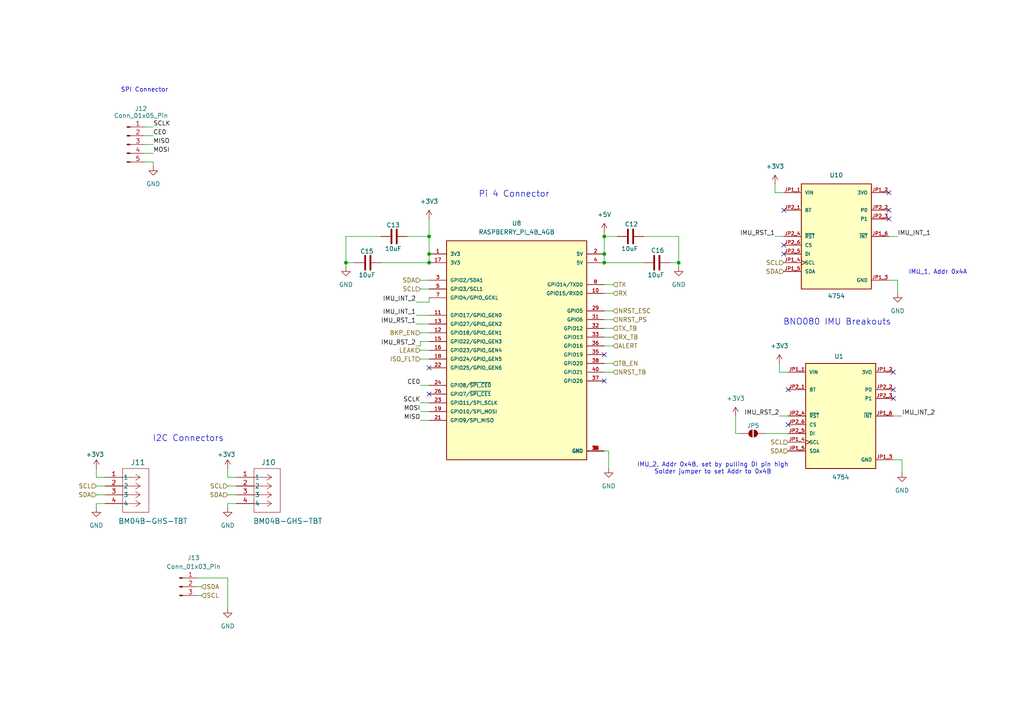
<source format=kicad_sch>
(kicad_sch (version 20231120) (generator "eeschema") (generator_version "8.0")
  (paper "A4")
  (lib_symbols
    (symbol "4754:4754" (pin_names (offset 1.016))
      (property "Reference" "U" (at -10.16 16.002 0))
      (property "Value" "4754" (at -10.16 -17.78 0))
      (symbol "4754_0_0"
        (rectangle (start -10.16 -15.24) (end 10.16 15.24) (stroke (width 0.254)) (fill (type background)))
        (pin input line (at -15.24 12.7 0) (length 5.08) (name "VIN") (number "JP1_1"))
        (pin output line (at 15.24 12.7 180) (length 5.08) (name "3VO") (number "JP1_2"))
        (pin power_in line (at 15.24 -12.7 180) (length 5.08) (name "GND") (number "JP1_3"))
        (pin bidirectional clock (at -15.24 -7.62 0) (length 5.08) (name "SCL") (number "JP1_4"))
        (pin bidirectional line (at -15.24 -10.16 0) (length 5.08) (name "SDA") (number "JP1_5"))
        (pin output line (at 15.24 0 180) (length 5.08) (name "~{INT}") (number "JP1_6"))
        (pin input line (at -15.24 7.62 0) (length 5.08) (name "BT") (number "JP2_1"))
        (pin bidirectional line (at 15.24 7.62 180) (length 5.08) (name "P0") (number "JP2_2"))
        (pin bidirectional line (at 15.24 5.08 180) (length 5.08) (name "P1") (number "JP2_3"))
        (pin input line (at -15.24 0 0) (length 5.08) (name "~{RST}") (number "JP2_4"))
        (pin input line (at -15.24 -5.08 0) (length 5.08) (name "DI") (number "JP2_5"))
        (pin input line (at -15.24 -2.54 0) (length 5.08) (name "CS") (number "JP2_6"))
      )
    )
    (symbol "BM04B_GHS_TBT:BM04B-GHS-TBT" (pin_names (offset 0.254))
      (property "Reference" "J" (at 8.89 6.35 0))
      (property "Value" "BM04B-GHS-TBT" (at 0 0 0))
      (symbol "BM04B-GHS-TBT_1_1"
        (polyline (pts (xy 5.08 -10.16) (xy 12.7 -10.16)) (stroke (width 0.127)))
        (polyline (pts (xy 5.08 2.54) (xy 5.08 -10.16)) (stroke (width 0.127)))
        (polyline (pts (xy 10.16 -7.62) (xy 5.08 -7.62)) (stroke (width 0.127)))
        (polyline (pts (xy 10.16 -7.62) (xy 8.89 -8.4667)) (stroke (width 0.127)))
        (polyline (pts (xy 10.16 -7.62) (xy 8.89 -6.7733)) (stroke (width 0.127)))
        (polyline (pts (xy 10.16 -5.08) (xy 5.08 -5.08)) (stroke (width 0.127)))
        (polyline (pts (xy 10.16 -5.08) (xy 8.89 -5.9267)) (stroke (width 0.127)))
        (polyline (pts (xy 10.16 -5.08) (xy 8.89 -4.2333)) (stroke (width 0.127)))
        (polyline (pts (xy 10.16 -2.54) (xy 5.08 -2.54)) (stroke (width 0.127)))
        (polyline (pts (xy 10.16 -2.54) (xy 8.89 -3.3867)) (stroke (width 0.127)))
        (polyline (pts (xy 10.16 -2.54) (xy 8.89 -1.6933)) (stroke (width 0.127)))
        (polyline (pts (xy 10.16 0) (xy 5.08 0)) (stroke (width 0.127)))
        (polyline (pts (xy 10.16 0) (xy 8.89 -0.8467)) (stroke (width 0.127)))
        (polyline (pts (xy 10.16 0) (xy 8.89 0.8467)) (stroke (width 0.127)))
        (polyline (pts (xy 12.7 -10.16) (xy 12.7 2.54)) (stroke (width 0.127)))
        (polyline (pts (xy 12.7 2.54) (xy 5.08 2.54)) (stroke (width 0.127)))
        (pin unspecified line (at 0 0 0) (length 5.08) (name "1") (number "1"))
        (pin unspecified line (at 0 -2.54 0) (length 5.08) (name "2") (number "2"))
        (pin unspecified line (at 0 -5.08 0) (length 5.08) (name "3") (number "3"))
        (pin unspecified line (at 0 -7.62 0) (length 5.08) (name "4") (number "4"))
      )
      (symbol "BM04B-GHS-TBT_1_2"
        (polyline (pts (xy 5.08 -10.16) (xy 12.7 -10.16)) (stroke (width 0.127)))
        (polyline (pts (xy 5.08 2.54) (xy 5.08 -10.16)) (stroke (width 0.127)))
        (polyline (pts (xy 7.62 -7.62) (xy 5.08 -7.62)) (stroke (width 0.127)))
        (polyline (pts (xy 7.62 -7.62) (xy 8.89 -8.4667)) (stroke (width 0.127)))
        (polyline (pts (xy 7.62 -7.62) (xy 8.89 -6.7733)) (stroke (width 0.127)))
        (polyline (pts (xy 7.62 -5.08) (xy 5.08 -5.08)) (stroke (width 0.127)))
        (polyline (pts (xy 7.62 -5.08) (xy 8.89 -5.9267)) (stroke (width 0.127)))
        (polyline (pts (xy 7.62 -5.08) (xy 8.89 -4.2333)) (stroke (width 0.127)))
        (polyline (pts (xy 7.62 -2.54) (xy 5.08 -2.54)) (stroke (width 0.127)))
        (polyline (pts (xy 7.62 -2.54) (xy 8.89 -3.3867)) (stroke (width 0.127)))
        (polyline (pts (xy 7.62 -2.54) (xy 8.89 -1.6933)) (stroke (width 0.127)))
        (polyline (pts (xy 7.62 0) (xy 5.08 0)) (stroke (width 0.127)))
        (polyline (pts (xy 7.62 0) (xy 8.89 -0.8467)) (stroke (width 0.127)))
        (polyline (pts (xy 7.62 0) (xy 8.89 0.8467)) (stroke (width 0.127)))
        (polyline (pts (xy 12.7 -10.16) (xy 12.7 2.54)) (stroke (width 0.127)))
        (polyline (pts (xy 12.7 2.54) (xy 5.08 2.54)) (stroke (width 0.127)))
        (pin unspecified line (at 0 0 0) (length 5.08) (name "1") (number "1"))
        (pin unspecified line (at 0 -2.54 0) (length 5.08) (name "2") (number "2"))
        (pin unspecified line (at 0 -5.08 0) (length 5.08) (name "3") (number "3"))
        (pin unspecified line (at 0 -7.62 0) (length 5.08) (name "4") (number "4"))
      )
    )
    (symbol "Connector:Conn_01x03_Pin" (pin_names (offset 1.016) hide)
      (property "Reference" "J" (at 0 5.08 0))
      (property "Value" "Conn_01x03_Pin" (at 0 -5.08 0))
      (symbol "Conn_01x03_Pin_1_1"
        (polyline (pts (xy 1.27 -2.54) (xy 0.8636 -2.54)) (stroke (width 0.1524)))
        (polyline (pts (xy 1.27 0) (xy 0.8636 0)) (stroke (width 0.1524)))
        (polyline (pts (xy 1.27 2.54) (xy 0.8636 2.54)) (stroke (width 0.1524)))
        (rectangle (start 0.8636 -2.413) (end 0 -2.667) (stroke (width 0.1524)) (fill (type outline)))
        (rectangle (start 0.8636 0.127) (end 0 -0.127) (stroke (width 0.1524)) (fill (type outline)))
        (rectangle (start 0.8636 2.667) (end 0 2.413) (stroke (width 0.1524)) (fill (type outline)))
        (pin passive line (at 5.08 2.54 180) (length 3.81) (name "Pin_1") (number "1"))
        (pin passive line (at 5.08 0 180) (length 3.81) (name "Pin_2") (number "2"))
        (pin passive line (at 5.08 -2.54 180) (length 3.81) (name "Pin_3") (number "3"))
      )
    )
    (symbol "Connector:Conn_01x05_Pin" (pin_names (offset 1.016) hide)
      (property "Reference" "J" (at 0 7.62 0))
      (property "Value" "Conn_01x05_Pin" (at 0 -7.62 0))
      (symbol "Conn_01x05_Pin_1_1"
        (polyline (pts (xy 1.27 -5.08) (xy 0.8636 -5.08)) (stroke (width 0.1524)))
        (polyline (pts (xy 1.27 -2.54) (xy 0.8636 -2.54)) (stroke (width 0.1524)))
        (polyline (pts (xy 1.27 0) (xy 0.8636 0)) (stroke (width 0.1524)))
        (polyline (pts (xy 1.27 2.54) (xy 0.8636 2.54)) (stroke (width 0.1524)))
        (polyline (pts (xy 1.27 5.08) (xy 0.8636 5.08)) (stroke (width 0.1524)))
        (rectangle (start 0.8636 -4.953) (end 0 -5.207) (stroke (width 0.1524)) (fill (type outline)))
        (rectangle (start 0.8636 -2.413) (end 0 -2.667) (stroke (width 0.1524)) (fill (type outline)))
        (rectangle (start 0.8636 0.127) (end 0 -0.127) (stroke (width 0.1524)) (fill (type outline)))
        (rectangle (start 0.8636 2.667) (end 0 2.413) (stroke (width 0.1524)) (fill (type outline)))
        (rectangle (start 0.8636 5.207) (end 0 4.953) (stroke (width 0.1524)) (fill (type outline)))
        (pin passive line (at 5.08 5.08 180) (length 3.81) (name "Pin_1") (number "1"))
        (pin passive line (at 5.08 2.54 180) (length 3.81) (name "Pin_2") (number "2"))
        (pin passive line (at 5.08 0 180) (length 3.81) (name "Pin_3") (number "3"))
        (pin passive line (at 5.08 -2.54 180) (length 3.81) (name "Pin_4") (number "4"))
        (pin passive line (at 5.08 -5.08 180) (length 3.81) (name "Pin_5") (number "5"))
      )
    )
    (symbol "Device:C" (pin_numbers hide) (pin_names (offset 0.254))
      (property "Reference" "C" (at 0.635 2.54 0))
      (property "Value" "C" (at 0.635 -2.54 0))
      (symbol "C_0_1"
        (polyline (pts (xy -2.032 -0.762) (xy 2.032 -0.762)) (stroke (width 0.508)))
        (polyline (pts (xy -2.032 0.762) (xy 2.032 0.762)) (stroke (width 0.508)))
      )
      (symbol "C_1_1"
        (pin passive line (at 0 3.81 270) (length 2.794) (name "~") (number "1"))
        (pin passive line (at 0 -3.81 90) (length 2.794) (name "~") (number "2"))
      )
    )
    (symbol "Jumper:SolderJumper_2_Open" (pin_numbers hide) (pin_names (offset 0) hide) (exclude_from_sim yes) (in_bom no)
      (property "Reference" "JP" (at 0 2.032 0))
      (property "Value" "SolderJumper_2_Open" (at 0 -2.54 0))
      (symbol "SolderJumper_2_Open_0_1"
        (arc (start -0.254 1.016) (mid -1.2656 0) (end -0.254 -1.016))
        (arc (start -0.254 1.016) (mid -1.2656 0) (end -0.254 -1.016) (fill (type outline)))
        (polyline (pts (xy -0.254 1.016) (xy -0.254 -1.016)))
        (polyline (pts (xy 0.254 1.016) (xy 0.254 -1.016)))
        (arc (start 0.254 -1.016) (mid 1.2656 0) (end 0.254 1.016))
        (arc (start 0.254 -1.016) (mid 1.2656 0) (end 0.254 1.016) (fill (type outline)))
      )
      (symbol "SolderJumper_2_Open_1_1"
        (pin passive line (at -3.81 0 0) (length 2.54) (name "A") (number "1"))
        (pin passive line (at 3.81 0 180) (length 2.54) (name "B") (number "2"))
      )
    )
    (symbol "RASPBERRY_PI_4B_4GB:RASPBERRY_PI_4B_4GB" (pin_names (offset 1.016))
      (property "Reference" "U8" (at 0 38.1 0))
      (property "Value" "RASPBERRY_PI_4B_4GB" (at 0 35.56 0))
      (symbol "RASPBERRY_PI_4B_4GB_0_0"
        (rectangle (start -20.32 33.02) (end 20.32 -30.48) (stroke (width 0.254)) (fill (type background)))
        (pin power_in line (at -25.4 29.21 0) (length 5.08) (name "3V3") (number "1"))
        (pin bidirectional line (at 25.4 17.78 180) (length 5.08) (name "GPIO15/RXD0") (number "10"))
        (pin bidirectional line (at -25.4 11.43 0) (length 5.08) (name "GPIO17/GPIO_GEN0") (number "11"))
        (pin bidirectional line (at -25.4 6.35 0) (length 5.08) (name "GPIO18/GPIO_GEN1") (number "12"))
        (pin bidirectional line (at -25.4 8.89 0) (length 5.08) (name "GPIO27/GPIO_GEN2") (number "13"))
        (pin power_in line (at 25.4 -27.94 180) (length 5.08) (name "GND") (number "14"))
        (pin bidirectional line (at -25.4 3.81 0) (length 5.08) (name "GPIO22/GPIO_GEN3") (number "15"))
        (pin bidirectional line (at -25.4 1.27 0) (length 5.08) (name "GPIO23/GPIO_GEN4") (number "16"))
        (pin power_in line (at -25.4 26.67 0) (length 5.08) (name "3V3") (number "17"))
        (pin bidirectional line (at -25.4 -1.27 0) (length 5.08) (name "GPIO24/GPIO_GEN5") (number "18"))
        (pin bidirectional line (at -25.4 -16.51 0) (length 5.08) (name "GPIO10/SPI_MOSI") (number "19"))
        (pin power_in line (at 25.4 29.21 180) (length 5.08) (name "5V") (number "2"))
        (pin power_in line (at 25.4 -27.94 180) (length 5.08) (name "GND") (number "20"))
        (pin bidirectional line (at -25.4 -19.05 0) (length 5.08) (name "GPIO9/SPI_MISO") (number "21"))
        (pin bidirectional line (at -25.4 -3.81 0) (length 5.08) (name "GPIO25/GPIO_GEN6") (number "22"))
        (pin bidirectional line (at -25.4 -13.97 0) (length 5.08) (name "GPIO11/SPI_SCLK") (number "23"))
        (pin bidirectional line (at -25.4 -8.89 0) (length 5.08) (name "GPIO8/~{SPI_CE0}") (number "24"))
        (pin power_in line (at 25.4 -27.94 180) (length 5.08) (name "GND") (number "25"))
        (pin bidirectional line (at -25.4 -11.43 0) (length 5.08) (name "GPIO7/~{SPI_CE1}") (number "26"))
        (pin bidirectional line (at 25.4 12.7 180) (length 5.08) (name "GPIO5") (number "29"))
        (pin bidirectional line (at -25.4 21.59 0) (length 5.08) (name "GPIO2/SDA1") (number "3"))
        (pin power_in line (at 25.4 -27.94 180) (length 5.08) (name "GND") (number "30"))
        (pin bidirectional line (at 25.4 10.16 180) (length 5.08) (name "GPIO6") (number "31"))
        (pin bidirectional line (at 25.4 7.62 180) (length 5.08) (name "GPIO12") (number "32"))
        (pin bidirectional line (at 25.4 5.08 180) (length 5.08) (name "GPIO13") (number "33"))
        (pin power_in line (at 25.4 -27.94 180) (length 5.08) (name "GND") (number "34"))
        (pin bidirectional line (at 25.4 0 180) (length 5.08) (name "GPIO19") (number "35"))
        (pin bidirectional line (at 25.4 2.54 180) (length 5.08) (name "GPIO16") (number "36"))
        (pin bidirectional line (at 25.4 -7.62 180) (length 5.08) (name "GPIO26") (number "37"))
        (pin bidirectional line (at 25.4 -2.54 180) (length 5.08) (name "GPIO20") (number "38"))
        (pin power_in line (at 25.4 -27.94 180) (length 5.08) (name "GND") (number "39"))
        (pin power_in line (at 25.4 26.67 180) (length 5.08) (name "5V") (number "4"))
        (pin bidirectional line (at 25.4 -5.08 180) (length 5.08) (name "GPIO21") (number "40"))
        (pin bidirectional line (at -25.4 19.05 0) (length 5.08) (name "GPIO3/SCL1") (number "5"))
        (pin power_in line (at 25.4 -27.94 180) (length 5.08) (name "GND") (number "6"))
        (pin bidirectional line (at -25.4 16.51 0) (length 5.08) (name "GPIO4/GPIO_GCKL") (number "7"))
        (pin bidirectional line (at 25.4 20.32 180) (length 5.08) (name "GPIO14/TXD0") (number "8"))
        (pin power_in line (at 25.4 -27.94 180) (length 5.08) (name "GND") (number "9"))
      )
    )
    (symbol "power:+3V3" (power) (pin_numbers hide) (pin_names (offset 0) hide)
      (property "Value" "+3V3" (at 0 3.556 0))
      (symbol "+3V3_0_1"
        (polyline (pts (xy -0.762 1.27) (xy 0 2.54)))
        (polyline (pts (xy 0 0) (xy 0 2.54)))
        (polyline (pts (xy 0 2.54) (xy 0.762 1.27)))
      )
      (symbol "+3V3_1_1"
        (pin power_in line (at 0 0 90) (length 0) (name "~") (number "1"))
      )
    )
    (symbol "power:+5V" (power) (pin_numbers hide) (pin_names (offset 0) hide)
      (property "Value" "+5V" (at 0 3.556 0))
      (symbol "+5V_0_1"
        (polyline (pts (xy -0.762 1.27) (xy 0 2.54)))
        (polyline (pts (xy 0 0) (xy 0 2.54)))
        (polyline (pts (xy 0 2.54) (xy 0.762 1.27)))
      )
      (symbol "+5V_1_1"
        (pin power_in line (at 0 0 90) (length 0) (name "~") (number "1"))
      )
    )
    (symbol "power:GND" (power) (pin_numbers hide) (pin_names (offset 0) hide)
      (property "Value" "GND" (at 0 -3.81 0))
      (symbol "GND_0_1"
        (polyline (pts (xy 0 0) (xy 0 -1.27) (xy 1.27 -1.27) (xy 0 -2.54) (xy -1.27 -1.27) (xy 0 -1.27)))
      )
      (symbol "GND_1_1"
        (pin power_in line (at 0 0 270) (length 0) (name "~") (number "1"))
      )
    )
  )
  (junction (at 175.26 73.66))
  (junction (at 175.26 68.58))
  (junction (at 124.46 76.2))
  (junction (at 124.46 68.58))
  (junction (at 100.33 76.2))
  (junction (at 196.85 76.2))
  (junction (at 124.46 73.66))
  (junction (at 175.26 76.2))
  (no_connect (at 257.81 63.5))
  (no_connect (at 257.81 55.88))
  (no_connect (at 227.33 73.66))
  (no_connect (at 124.46 106.68))
  (no_connect (at 175.26 102.87))
  (no_connect (at 124.46 114.3))
  (no_connect (at 228.6 123.19))
  (no_connect (at 259.08 113.03))
  (no_connect (at 227.33 71.12))
  (no_connect (at 175.26 110.49))
  (no_connect (at 228.6 113.03))
  (no_connect (at 257.81 60.96))
  (no_connect (at 227.33 60.96))
  (no_connect (at 259.08 107.95))
  (no_connect (at 259.08 115.57))
  (wire (pts (xy 186.69 68.58) (xy 196.85 68.58)))
  (wire (pts (xy 121.92 100.33) (xy 121.92 99.06)))
  (wire (pts (xy 27.94 143.51) (xy 30.48 143.51)))
  (wire (pts (xy 124.46 68.58) (xy 124.46 73.66)))
  (wire (pts (xy 260.35 81.28) (xy 260.35 85.09)))
  (wire (pts (xy 110.49 76.2) (xy 124.46 76.2)))
  (wire (pts (xy 118.11 68.58) (xy 124.46 68.58)))
  (wire (pts (xy 124.46 96.52) (xy 121.92 96.52)))
  (wire (pts (xy 41.91 41.91) (xy 44.45 41.91)))
  (wire (pts (xy 261.62 133.35) (xy 261.62 137.16)))
  (wire (pts (xy 66.04 138.43) (xy 68.58 138.43)))
  (wire (pts (xy 257.81 68.58) (xy 260.35 68.58)))
  (wire (pts (xy 213.36 120.65) (xy 213.36 125.73)))
  (wire (pts (xy 175.26 67.31) (xy 175.26 68.58)))
  (wire (pts (xy 177.8 82.55) (xy 175.26 82.55)))
  (wire (pts (xy 100.33 68.58) (xy 110.49 68.58)))
  (wire (pts (xy 121.92 121.92) (xy 124.46 121.92)))
  (wire (pts (xy 224.79 68.58) (xy 227.33 68.58)))
  (wire (pts (xy 226.06 107.95) (xy 228.6 107.95)))
  (wire (pts (xy 121.92 111.76) (xy 124.46 111.76)))
  (wire (pts (xy 121.92 119.38) (xy 124.46 119.38)))
  (wire (pts (xy 175.26 85.09) (xy 177.8 85.09)))
  (wire (pts (xy 177.8 95.25) (xy 175.26 95.25)))
  (wire (pts (xy 121.92 100.33) (xy 120.65 100.33)))
  (wire (pts (xy 58.42 170.18) (xy 57.15 170.18)))
  (wire (pts (xy 124.46 87.63) (xy 120.65 87.63)))
  (wire (pts (xy 194.31 76.2) (xy 196.85 76.2)))
  (wire (pts (xy 226.06 120.65) (xy 228.6 120.65)))
  (wire (pts (xy 257.81 81.28) (xy 260.35 81.28)))
  (wire (pts (xy 102.87 76.2) (xy 100.33 76.2)))
  (wire (pts (xy 124.46 63.5) (xy 124.46 68.58)))
  (wire (pts (xy 66.04 146.05) (xy 68.58 146.05)))
  (wire (pts (xy 259.08 120.65) (xy 261.62 120.65)))
  (wire (pts (xy 121.92 99.06) (xy 124.46 99.06)))
  (wire (pts (xy 27.94 138.43) (xy 30.48 138.43)))
  (wire (pts (xy 196.85 76.2) (xy 196.85 77.47)))
  (wire (pts (xy 100.33 68.58) (xy 100.33 76.2)))
  (wire (pts (xy 175.26 73.66) (xy 175.26 76.2)))
  (wire (pts (xy 124.46 91.44) (xy 120.65 91.44)))
  (wire (pts (xy 124.46 87.63) (xy 124.46 86.36)))
  (wire (pts (xy 27.94 146.05) (xy 30.48 146.05)))
  (wire (pts (xy 175.26 92.71) (xy 177.8 92.71)))
  (wire (pts (xy 176.53 130.81) (xy 176.53 135.89)))
  (wire (pts (xy 177.8 100.33) (xy 175.26 100.33)))
  (wire (pts (xy 222.25 125.73) (xy 228.6 125.73)))
  (wire (pts (xy 66.04 167.64) (xy 57.15 167.64)))
  (wire (pts (xy 224.79 53.34) (xy 224.79 55.88)))
  (wire (pts (xy 100.33 76.2) (xy 100.33 77.47)))
  (wire (pts (xy 121.92 104.14) (xy 124.46 104.14)))
  (wire (pts (xy 175.26 107.95) (xy 177.8 107.95)))
  (wire (pts (xy 66.04 143.51) (xy 68.58 143.51)))
  (wire (pts (xy 58.42 172.72) (xy 57.15 172.72)))
  (wire (pts (xy 259.08 133.35) (xy 261.62 133.35)))
  (wire (pts (xy 41.91 39.37) (xy 44.45 39.37)))
  (wire (pts (xy 196.85 68.58) (xy 196.85 76.2)))
  (wire (pts (xy 213.36 125.73) (xy 214.63 125.73)))
  (wire (pts (xy 175.26 105.41) (xy 177.8 105.41)))
  (wire (pts (xy 175.26 130.81) (xy 176.53 130.81)))
  (wire (pts (xy 124.46 73.66) (xy 124.46 76.2)))
  (wire (pts (xy 224.79 55.88) (xy 227.33 55.88)))
  (wire (pts (xy 175.26 90.17) (xy 177.8 90.17)))
  (wire (pts (xy 27.94 140.97) (xy 30.48 140.97)))
  (wire (pts (xy 175.26 68.58) (xy 179.07 68.58)))
  (wire (pts (xy 27.94 135.89) (xy 27.94 138.43)))
  (wire (pts (xy 175.26 76.2) (xy 186.69 76.2)))
  (wire (pts (xy 226.06 105.41) (xy 226.06 107.95)))
  (wire (pts (xy 175.26 97.79) (xy 177.8 97.79)))
  (wire (pts (xy 66.04 135.89) (xy 66.04 138.43)))
  (wire (pts (xy 121.92 116.84) (xy 124.46 116.84)))
  (wire (pts (xy 66.04 176.53) (xy 66.04 167.64)))
  (wire (pts (xy 41.91 36.83) (xy 44.45 36.83)))
  (wire (pts (xy 66.04 140.97) (xy 68.58 140.97)))
  (wire (pts (xy 121.92 81.28) (xy 124.46 81.28)))
  (wire (pts (xy 121.92 101.6) (xy 124.46 101.6)))
  (wire (pts (xy 124.46 93.98) (xy 120.65 93.98)))
  (wire (pts (xy 66.04 146.05) (xy 66.04 147.32)))
  (wire (pts (xy 121.92 83.82) (xy 124.46 83.82)))
  (wire (pts (xy 44.45 46.99) (xy 44.45 48.26)))
  (wire (pts (xy 41.91 46.99) (xy 44.45 46.99)))
  (wire (pts (xy 41.91 44.45) (xy 44.45 44.45)))
  (wire (pts (xy 175.26 68.58) (xy 175.26 73.66)))
  (wire (pts (xy 27.94 146.05) (xy 27.94 147.32)))
  (text "BNO080 IMU Breakouts\n" (at 242.824 93.472 0) (effects (font (size 1.778 1.778))))
  (text "I2C Connectors" (at 54.61 127.254 0) (effects (font (size 1.778 1.778))))
  (text "SPI Connector" (at 41.91 26.162 0) (effects (font (size 1.27 1.27))))
  (text "Pi 4 Connector" (at 149.098 56.388 0) (effects (font (size 1.778 1.778))))
  (text "IMU_1, Addr 0x4A" (at 272.034 78.994 0) (effects (font (size 1.27 1.27))))
  (text "IMU_2, Addr 0x4B, set by pulling DI pin high\nSolder jumper to set Addr to 0x4B" (at 206.756 135.89 0) (effects (font (size 1.27 1.27))))
  (label "IMU_INT_2" (at 261.62 120.65 0))
  (label "IMU_INT_2" (at 120.65 87.63 180))
  (label "SCLK" (at 121.92 116.84 180))
  (label "IMU_RST_1" (at 120.65 93.98 180))
  (label "IMU_INT_1" (at 260.35 68.58 0))
  (label "MISO" (at 121.92 121.92 180))
  (label "CE0" (at 121.92 111.76 180))
  (label "IMU_RST_2" (at 120.65 100.33 180))
  (label "SCLK" (at 44.45 36.83 0))
  (label "IMU_RST_1" (at 224.79 68.58 180))
  (label "IMU_INT_1" (at 120.65 91.44 180))
  (label "MISO" (at 44.45 41.91 0))
  (label "CE0" (at 44.45 39.37 0))
  (label "MOSI" (at 121.92 119.38 180))
  (label "IMU_RST_2" (at 226.06 120.65 180))
  (label "MOSI" (at 44.45 44.45 0))
  (hierarchical_label "SDA" (shape input) (at 227.33 78.74 180))
  (hierarchical_label "SCL" (shape input) (at 121.92 83.82 180))
  (hierarchical_label "ISO_FLT" (shape input) (at 121.92 104.14 180))
  (hierarchical_label "SCL" (shape input) (at 66.04 140.97 180))
  (hierarchical_label "SCL" (shape input) (at 27.94 140.97 180))
  (hierarchical_label "ALERT" (shape input) (at 177.8 100.33 0))
  (hierarchical_label "SCL" (shape input) (at 227.33 76.2 180))
  (hierarchical_label "SCL" (shape input) (at 58.42 172.72 0))
  (hierarchical_label "BKP_EN" (shape input) (at 121.92 96.52 180))
  (hierarchical_label "RX_TB" (shape input) (at 177.8 97.79 0))
  (hierarchical_label "SDA" (shape input) (at 27.94 143.51 180))
  (hierarchical_label "TX" (shape input) (at 177.8 82.55 0))
  (hierarchical_label "NRST_PS" (shape input) (at 177.8 92.71 0))
  (hierarchical_label "LEAK" (shape input) (at 121.92 101.6 180))
  (hierarchical_label "TB_EN" (shape input) (at 177.8 105.41 0))
  (hierarchical_label "NRST_ESC" (shape input) (at 177.8 90.17 0))
  (hierarchical_label "SDA" (shape input) (at 121.92 81.28 180))
  (hierarchical_label "SDA" (shape input) (at 228.6 130.81 180))
  (hierarchical_label "NRST_TB" (shape input) (at 177.8 107.95 0))
  (hierarchical_label "TX_TB" (shape input) (at 177.8 95.25 0))
  (hierarchical_label "SDA" (shape input) (at 66.04 143.51 180))
  (hierarchical_label "SDA" (shape input) (at 58.42 170.18 0))
  (hierarchical_label "RX" (shape input) (at 177.8 85.09 0))
  (hierarchical_label "SCL" (shape input) (at 228.6 128.27 180))
  (symbol (lib_id "power:GND") (at 176.53 135.89 0) (unit 1)
    (property "Reference" "#PWR013" (effects (hide yes)))
    (property "Value" "GND" (at 176.53 140.97 0))
    (property "Description" "Power symbol creates a global label with name \"GND\" , ground" (effects (hide yes)))
  )
  (symbol (lib_id "Device:C") (at 182.88 68.58 270) (mirror x) (unit 1)
    (property "Reference" "C12" (at 183.134 65.024 90))
    (property "Value" "10uF" (at 182.626 72.136 90))
    (property "Footprint" "Capacitor_SMD:C_0603_1608Metric_Pad1.08x0.95mm_HandSolder" (effects (hide yes)))
    (property "Description" "Unpolarized capacitor" (effects (hide yes)))
  )
  (symbol (lib_id "BM04B_GHS_TBT:BM04B-GHS-TBT") (at 68.58 138.43 0) (unit 1)
    (property "Reference" "J10" (at 75.692 134.112 0) (effects (font (size 1.524 1.524)) (justify left)))
    (property "Value" "BM04B-GHS-TBT" (at 73.406 151.13 0) (effects (font (size 1.524 1.524)) (justify left)))
    (property "Footprint" "Connector_JST:JST_GH_BM04B-GHS-TBT_1x04-1MP_P1.25mm_Vertical" (effects (hide yes)))
    (property "Datasheet" "BM04B-GHS-TBT" (effects (hide yes)))
  )
  (symbol (lib_id "power:+3V3") (at 224.79 53.34 0) (unit 1)
    (property "Reference" "#PWR031" (effects (hide yes)))
    (property "Value" "+3V3" (at 224.79 48.26 0))
    (property "Description" "Power symbol creates a global label with name \"+3V3\"" (effects (hide yes)))
  )
  (symbol (lib_id "Device:C") (at 190.5 76.2 270) (mirror x) (unit 1)
    (property "Reference" "C16" (at 190.754 72.644 90))
    (property "Value" "10uF" (at 190.246 79.756 90))
    (property "Footprint" "Capacitor_SMD:C_0603_1608Metric_Pad1.08x0.95mm_HandSolder" (effects (hide yes)))
    (property "Description" "Unpolarized capacitor" (effects (hide yes)))
  )
  (symbol (lib_id "power:+3V3") (at 27.94 135.89 0) (unit 1)
    (property "Reference" "#PWR029" (effects (hide yes)))
    (property "Value" "+3V3" (at 24.892 131.826 0) (effects (justify left)))
    (property "Description" "Power symbol creates a global label with name \"+3V3\"" (effects (hide yes)))
  )
  (symbol (lib_id "Device:C") (at 114.3 68.58 270) (mirror x) (unit 1)
    (property "Reference" "C13" (at 114.046 65.278 90))
    (property "Value" "10uF" (at 114.046 72.136 90))
    (property "Footprint" "Capacitor_SMD:C_0603_1608Metric_Pad1.08x0.95mm_HandSolder" (effects (hide yes)))
    (property "Description" "Unpolarized capacitor" (effects (hide yes)))
  )
  (symbol (lib_id "power:GND") (at 27.94 147.32 0) (unit 1)
    (property "Reference" "#PWR028" (effects (hide yes)))
    (property "Value" "GND" (at 27.94 152.4 0))
    (property "Description" "Power symbol creates a global label with name \"GND\" , ground" (effects (hide yes)))
  )
  (symbol (lib_id "power:GND") (at 66.04 176.53 0) (unit 1)
    (property "Reference" "#PWR034" (effects (hide yes)))
    (property "Value" "GND" (at 66.04 181.61 0))
    (property "Description" "Power symbol creates a global label with name \"GND\" , ground" (effects (hide yes)))
  )
  (symbol (lib_id "Connector:Conn_01x03_Pin") (at 52.07 170.18 0) (unit 1)
    (property "Reference" "J13" (at 56.134 161.798 0))
    (property "Value" "Conn_01x03_Pin" (at 56.134 164.338 0))
    (property "Footprint" "Connector_PinHeader_2.54mm:PinHeader_1x03_P2.54mm_Vertical" (effects (hide yes)))
    (property "Description" "Generic connector, single row, 01x03, script generated" (effects (hide yes)))
  )
  (symbol (lib_id "power:GND") (at 44.45 48.26 0) (unit 1)
    (property "Reference" "#PWR030" (effects (hide yes)))
    (property "Value" "GND" (at 44.45 53.34 0))
    (property "Description" "Power symbol creates a global label with name \"GND\" , ground" (effects (hide yes)))
  )
  (symbol (lib_id "power:GND") (at 66.04 147.32 0) (unit 1)
    (property "Reference" "#PWR027" (effects (hide yes)))
    (property "Value" "GND" (at 66.04 152.4 0))
    (property "Description" "Power symbol creates a global label with name \"GND\" , ground" (effects (hide yes)))
  )
  (symbol (lib_id "BM04B_GHS_TBT:BM04B-GHS-TBT") (at 30.48 138.43 0) (unit 1)
    (property "Reference" "J11" (at 37.846 134.112 0) (effects (font (size 1.524 1.524)) (justify left)))
    (property "Value" "BM04B-GHS-TBT" (at 34.29 151.13 0) (effects (font (size 1.524 1.524)) (justify left)))
    (property "Footprint" "Connector_JST:JST_GH_BM04B-GHS-TBT_1x04-1MP_P1.25mm_Vertical" (effects (hide yes)))
    (property "Datasheet" "BM04B-GHS-TBT" (effects (hide yes)))
  )
  (symbol (lib_id "power:GND") (at 260.35 85.09 0) (unit 1)
    (property "Reference" "#PWR033" (effects (hide yes)))
    (property "Value" "GND" (at 260.35 90.17 0))
    (property "Description" "Power symbol creates a global label with name \"GND\" , ground" (effects (hide yes)))
  )
  (symbol (lib_id "power:+3V3") (at 226.06 105.41 0) (unit 1)
    (property "Reference" "#PWR043" (effects (hide yes)))
    (property "Value" "+3V3" (at 226.06 100.33 0))
    (property "Description" "Power symbol creates a global label with name \"+3V3\"" (effects (hide yes)))
  )
  (symbol (lib_id "4754:4754") (at 243.84 120.65 0) (unit 1)
    (property "Reference" "U1" (at 243.332 103.378 0))
    (property "Value" "4754" (at 243.84 138.43 0))
    (property "Footprint" "4754:MODULE_4754" (effects (hide yes)))
    (property "MF" "Adafruit" (effects (hide yes)))
    (property "MAXIMUM_PACKAGE_HEIGHT" "4.6mm" (effects (hide yes)))
    (property "Package" "None" (effects (hide yes)))
    (property "Price" "None" (effects (hide yes)))
    (property "Check_prices" "https://www.snapeda.com/parts/4754/Adafruit+Industries/view-part/?ref=eda" (effects (hide yes)))
    (property "STANDARD" "Manufacturer Recommendations" (effects (hide yes)))
    (property "PARTREV" "2021-03-16" (effects (hide yes)))
    (property "SnapEDA_Link" "https://www.snapeda.com/parts/4754/Adafruit+Industries/view-part/?ref=snap" (effects (hide yes)))
    (property "MP" "4754" (effects (hide yes)))
    (property "Purchase-URL" "https://www.snapeda.com/api/url_track_click_mouser/?unipart_id=6342982&manufacturer=Adafruit&part_name=4754&search_term=None" (effects (hide yes)))
    (property "Description_1" "\nAdafruit 9-DOF Orientation IMU Fusion Breakout - BNO085 (BNO080) - STEMMA QT / Qwiic\n" (effects (hide yes)))
    (property "MANUFACTURER" "Adafruit" (effects (hide yes)))
    (property "Availability" "In Stock" (effects (hide yes)))
    (property "SNAPEDA_PN" "4754" (effects (hide yes)))
  )
  (symbol (lib_id "power:+3V3") (at 213.36 120.65 0) (unit 1)
    (property "Reference" "#PWR059" (effects (hide yes)))
    (property "Value" "+3V3" (at 213.36 115.57 0))
    (property "Description" "Power symbol creates a global label with name \"+3V3\"" (effects (hide yes)))
  )
  (symbol (lib_id "Connector:Conn_01x05_Pin") (at 36.83 41.91 0) (unit 1)
    (property "Reference" "J12" (at 40.894 31.496 0))
    (property "Value" "Conn_01x05_Pin" (at 40.894 33.528 0))
    (property "Footprint" "Connector_PinHeader_2.54mm:PinHeader_1x05_P2.54mm_Vertical" (effects (hide yes)))
    (property "Description" "Generic connector, single row, 01x05, script generated" (effects (hide yes)))
  )
  (symbol (lib_id "RASPBERRY_PI_4B_4GB:RASPBERRY_PI_4B_4GB") (at 149.86 102.87 0) (unit 1)
    (property "Reference" "U8" (at 149.86 64.77 0))
    (property "Value" "RASPBERRY_PI_4B_4GB" (at 149.86 67.31 0))
    (property "Footprint" "TSW-120-09-G-D:SAMTEC_TSW-120-09-G-D" (effects (hide yes)))
    (property "MF" "Raspberry Pi" (effects (hide yes)))
    (property "MAXIMUM_PACKAGE_HEIGHT" "16 mm" (effects (hide yes)))
    (property "Package" "None" (effects (hide yes)))
    (property "Price" "None" (effects (hide yes)))
    (property "Check_prices" "https://www.snapeda.com/parts/RASPBERRY%20PI%204B/4GB/Raspberry+Pi/view-part/?ref=eda" (effects (hide yes)))
    (property "STANDARD" "Manufacturer Recommendations" (effects (hide yes)))
    (property "PARTREV" "4" (effects (hide yes)))
    (property "SnapEDA_Link" "https://www.snapeda.com/parts/RASPBERRY%20PI%204B/4GB/Raspberry+Pi/view-part/?ref=snap" (effects (hide yes)))
    (property "MP" "RASPBERRY PI 4B/4GB" (effects (hide yes)))
    (property "Description_1" "\nBCM2711 Raspberry Pi 4 Model B 4GB - ARM® Cortex®-A72 MPU Embedded Evaluation Board\n" (effects (hide yes)))
    (property "MANUFACTURER" "Raspberry Pi" (effects (hide yes)))
    (property "Availability" "In Stock" (effects (hide yes)))
    (property "SNAPEDA_PN" "RASPBERRY PI 4B/4GB" (effects (hide yes)))
  )
  (symbol (lib_id "power:+3V3") (at 66.04 135.89 0) (unit 1)
    (property "Reference" "#PWR023" (effects (hide yes)))
    (property "Value" "+3V3" (at 62.992 131.826 0) (effects (justify left)))
    (property "Description" "Power symbol creates a global label with name \"+3V3\"" (effects (hide yes)))
  )
  (symbol (lib_id "power:+3V3") (at 124.46 63.5 0) (unit 1)
    (property "Reference" "#PWR012" (effects (hide yes)))
    (property "Value" "+3V3" (at 124.46 58.42 0))
    (property "Description" "Power symbol creates a global label with name \"+3V3\"" (effects (hide yes)))
  )
  (symbol (lib_id "power:GND") (at 100.33 77.47 0) (mirror y) (unit 1)
    (property "Reference" "#PWR063" (effects (hide yes)))
    (property "Value" "GND" (at 100.33 82.55 0))
    (property "Description" "Power symbol creates a global label with name \"GND\" , ground" (effects (hide yes)))
  )
  (symbol (lib_id "4754:4754") (at 242.57 68.58 0) (unit 1)
    (property "Reference" "U10" (at 242.57 50.8 0))
    (property "Value" "4754" (at 242.57 85.852 0))
    (property "Footprint" "4754:MODULE_4754" (effects (hide yes)))
    (property "MF" "Adafruit" (effects (hide yes)))
    (property "MAXIMUM_PACKAGE_HEIGHT" "4.6mm" (effects (hide yes)))
    (property "Package" "None" (effects (hide yes)))
    (property "Price" "None" (effects (hide yes)))
    (property "Check_prices" "https://www.snapeda.com/parts/4754/Adafruit+Industries/view-part/?ref=eda" (effects (hide yes)))
    (property "STANDARD" "Manufacturer Recommendations" (effects (hide yes)))
    (property "PARTREV" "2021-03-16" (effects (hide yes)))
    (property "SnapEDA_Link" "https://www.snapeda.com/parts/4754/Adafruit+Industries/view-part/?ref=snap" (effects (hide yes)))
    (property "MP" "4754" (effects (hide yes)))
    (property "Purchase-URL" "https://www.snapeda.com/api/url_track_click_mouser/?unipart_id=6342982&manufacturer=Adafruit&part_name=4754&search_term=None" (effects (hide yes)))
    (property "Description_1" "\nAdafruit 9-DOF Orientation IMU Fusion Breakout - BNO085 (BNO080) - STEMMA QT / Qwiic\n" (effects (hide yes)))
    (property "MANUFACTURER" "Adafruit" (effects (hide yes)))
    (property "Availability" "In Stock" (effects (hide yes)))
    (property "SNAPEDA_PN" "4754" (effects (hide yes)))
  )
  (symbol (lib_id "Device:C") (at 106.68 76.2 270) (mirror x) (unit 1)
    (property "Reference" "C15" (at 106.426 72.898 90))
    (property "Value" "10uF" (at 106.426 79.756 90))
    (property "Footprint" "Capacitor_SMD:C_0603_1608Metric_Pad1.08x0.95mm_HandSolder" (effects (hide yes)))
    (property "Description" "Unpolarized capacitor" (effects (hide yes)))
  )
  (symbol (lib_id "power:GND") (at 196.85 77.47 0) (unit 1)
    (property "Reference" "#PWR061" (effects (hide yes)))
    (property "Value" "GND" (at 196.85 82.55 0))
    (property "Description" "Power symbol creates a global label with name \"GND\" , ground" (effects (hide yes)))
  )
  (symbol (lib_id "Jumper:SolderJumper_2_Open") (at 218.44 125.73 0) (unit 1) (exclude_from_sim yes) (in_bom no)
    (property "Reference" "JP5" (at 218.44 123.444 0))
    (property "Value" "SolderJumper_2_Open" (effects (hide yes)))
    (property "Footprint" "Jumper:SolderJumper-2_P1.3mm_Open_RoundedPad1.0x1.5mm" (effects (hide yes)))
    (property "Description" "Solder Jumper, 2-pole, open" (effects (hide yes)))
  )
  (symbol (lib_id "power:GND") (at 261.62 137.16 0) (unit 1)
    (property "Reference" "#PWR052" (effects (hide yes)))
    (property "Value" "GND" (at 261.62 142.24 0))
    (property "Description" "Power symbol creates a global label with name \"GND\" , ground" (effects (hide yes)))
  )
  (symbol (lib_id "power:+5V") (at 175.26 67.31 0) (unit 1)
    (property "Reference" "#PWR026" (effects (hide yes)))
    (property "Value" "+5V" (at 175.26 62.23 0))
    (property "Description" "Power symbol creates a global label with name \"+5V\"" (effects (hide yes)))
  )
)
</source>
